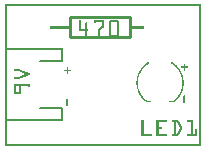
<source format=gto>
G04 MADE WITH FRITZING*
G04 WWW.FRITZING.ORG*
G04 DOUBLE SIDED*
G04 HOLES PLATED*
G04 CONTOUR ON CENTER OF CONTOUR VECTOR*
%ASAXBY*%
%FSLAX23Y23*%
%MOIN*%
%OFA0B0*%
%SFA1.0B1.0*%
%ADD10C,0.010000*%
%ADD11C,0.008000*%
%ADD12R,0.001000X0.001000*%
%LNSILK1*%
G90*
G70*
G54D10*
X217Y431D02*
X417Y431D01*
D02*
X417Y431D02*
X417Y365D01*
D02*
X417Y365D02*
X217Y365D01*
D02*
X217Y365D02*
X217Y431D01*
G54D11*
D02*
X118Y128D02*
X189Y128D01*
D02*
X189Y128D02*
X189Y88D01*
D02*
X189Y324D02*
X189Y285D01*
D02*
X189Y285D02*
X118Y285D01*
G54D12*
X0Y476D02*
X654Y476D01*
X0Y475D02*
X654Y475D01*
X0Y474D02*
X654Y474D01*
X0Y473D02*
X654Y473D01*
X0Y472D02*
X654Y472D01*
X0Y471D02*
X654Y471D01*
X0Y470D02*
X654Y470D01*
X0Y469D02*
X654Y469D01*
X0Y468D02*
X7Y468D01*
X647Y468D02*
X654Y468D01*
X0Y467D02*
X7Y467D01*
X647Y467D02*
X654Y467D01*
X0Y466D02*
X7Y466D01*
X647Y466D02*
X654Y466D01*
X0Y465D02*
X7Y465D01*
X647Y465D02*
X654Y465D01*
X0Y464D02*
X7Y464D01*
X647Y464D02*
X654Y464D01*
X0Y463D02*
X7Y463D01*
X647Y463D02*
X654Y463D01*
X0Y462D02*
X7Y462D01*
X647Y462D02*
X654Y462D01*
X0Y461D02*
X7Y461D01*
X647Y461D02*
X654Y461D01*
X0Y460D02*
X7Y460D01*
X647Y460D02*
X654Y460D01*
X0Y459D02*
X7Y459D01*
X647Y459D02*
X654Y459D01*
X0Y458D02*
X7Y458D01*
X647Y458D02*
X654Y458D01*
X0Y457D02*
X7Y457D01*
X647Y457D02*
X654Y457D01*
X0Y456D02*
X7Y456D01*
X647Y456D02*
X654Y456D01*
X0Y455D02*
X7Y455D01*
X647Y455D02*
X654Y455D01*
X0Y454D02*
X7Y454D01*
X647Y454D02*
X654Y454D01*
X0Y453D02*
X7Y453D01*
X647Y453D02*
X654Y453D01*
X0Y452D02*
X7Y452D01*
X647Y452D02*
X654Y452D01*
X0Y451D02*
X7Y451D01*
X647Y451D02*
X654Y451D01*
X0Y450D02*
X7Y450D01*
X647Y450D02*
X654Y450D01*
X0Y449D02*
X7Y449D01*
X647Y449D02*
X654Y449D01*
X0Y448D02*
X7Y448D01*
X647Y448D02*
X654Y448D01*
X0Y447D02*
X7Y447D01*
X647Y447D02*
X654Y447D01*
X0Y446D02*
X7Y446D01*
X647Y446D02*
X654Y446D01*
X0Y445D02*
X7Y445D01*
X647Y445D02*
X654Y445D01*
X0Y444D02*
X7Y444D01*
X647Y444D02*
X654Y444D01*
X0Y443D02*
X7Y443D01*
X647Y443D02*
X654Y443D01*
X0Y442D02*
X7Y442D01*
X647Y442D02*
X654Y442D01*
X0Y441D02*
X7Y441D01*
X647Y441D02*
X654Y441D01*
X0Y440D02*
X7Y440D01*
X647Y440D02*
X654Y440D01*
X0Y439D02*
X7Y439D01*
X647Y439D02*
X654Y439D01*
X0Y438D02*
X7Y438D01*
X647Y438D02*
X654Y438D01*
X0Y437D02*
X7Y437D01*
X647Y437D02*
X654Y437D01*
X0Y436D02*
X7Y436D01*
X647Y436D02*
X654Y436D01*
X0Y435D02*
X7Y435D01*
X647Y435D02*
X654Y435D01*
X0Y434D02*
X7Y434D01*
X647Y434D02*
X654Y434D01*
X0Y433D02*
X7Y433D01*
X647Y433D02*
X654Y433D01*
X0Y432D02*
X7Y432D01*
X647Y432D02*
X654Y432D01*
X0Y431D02*
X7Y431D01*
X647Y431D02*
X654Y431D01*
X0Y430D02*
X7Y430D01*
X647Y430D02*
X654Y430D01*
X0Y429D02*
X7Y429D01*
X647Y429D02*
X654Y429D01*
X0Y428D02*
X7Y428D01*
X647Y428D02*
X654Y428D01*
X0Y427D02*
X7Y427D01*
X647Y427D02*
X654Y427D01*
X0Y426D02*
X7Y426D01*
X647Y426D02*
X654Y426D01*
X0Y425D02*
X7Y425D01*
X647Y425D02*
X654Y425D01*
X0Y424D02*
X7Y424D01*
X647Y424D02*
X654Y424D01*
X0Y423D02*
X7Y423D01*
X647Y423D02*
X654Y423D01*
X0Y422D02*
X7Y422D01*
X647Y422D02*
X654Y422D01*
X0Y421D02*
X7Y421D01*
X299Y421D02*
X329Y421D01*
X352Y421D02*
X373Y421D01*
X647Y421D02*
X654Y421D01*
X0Y420D02*
X7Y420D01*
X248Y420D02*
X252Y420D01*
X297Y420D02*
X329Y420D01*
X349Y420D02*
X376Y420D01*
X647Y420D02*
X654Y420D01*
X0Y419D02*
X7Y419D01*
X247Y419D02*
X253Y419D01*
X296Y419D02*
X329Y419D01*
X348Y419D02*
X377Y419D01*
X647Y419D02*
X654Y419D01*
X0Y418D02*
X7Y418D01*
X247Y418D02*
X253Y418D01*
X296Y418D02*
X329Y418D01*
X347Y418D02*
X378Y418D01*
X647Y418D02*
X654Y418D01*
X0Y417D02*
X7Y417D01*
X247Y417D02*
X253Y417D01*
X296Y417D02*
X329Y417D01*
X346Y417D02*
X379Y417D01*
X647Y417D02*
X654Y417D01*
X0Y416D02*
X7Y416D01*
X247Y416D02*
X253Y416D01*
X296Y416D02*
X329Y416D01*
X346Y416D02*
X379Y416D01*
X647Y416D02*
X654Y416D01*
X0Y415D02*
X7Y415D01*
X247Y415D02*
X253Y415D01*
X271Y415D02*
X271Y415D01*
X296Y415D02*
X329Y415D01*
X346Y415D02*
X379Y415D01*
X647Y415D02*
X654Y415D01*
X0Y414D02*
X7Y414D01*
X247Y414D02*
X253Y414D01*
X269Y414D02*
X273Y414D01*
X296Y414D02*
X302Y414D01*
X323Y414D02*
X329Y414D01*
X346Y414D02*
X352Y414D01*
X373Y414D02*
X379Y414D01*
X647Y414D02*
X654Y414D01*
X0Y413D02*
X7Y413D01*
X247Y413D02*
X253Y413D01*
X268Y413D02*
X273Y413D01*
X296Y413D02*
X301Y413D01*
X323Y413D02*
X329Y413D01*
X346Y413D02*
X352Y413D01*
X373Y413D02*
X379Y413D01*
X647Y413D02*
X654Y413D01*
X0Y412D02*
X7Y412D01*
X247Y412D02*
X253Y412D01*
X268Y412D02*
X274Y412D01*
X297Y412D02*
X300Y412D01*
X323Y412D02*
X329Y412D01*
X346Y412D02*
X352Y412D01*
X373Y412D02*
X379Y412D01*
X647Y412D02*
X654Y412D01*
X0Y411D02*
X7Y411D01*
X247Y411D02*
X253Y411D01*
X268Y411D02*
X274Y411D01*
X323Y411D02*
X329Y411D01*
X346Y411D02*
X352Y411D01*
X373Y411D02*
X379Y411D01*
X647Y411D02*
X654Y411D01*
X0Y410D02*
X7Y410D01*
X247Y410D02*
X253Y410D01*
X268Y410D02*
X274Y410D01*
X323Y410D02*
X329Y410D01*
X346Y410D02*
X352Y410D01*
X373Y410D02*
X379Y410D01*
X647Y410D02*
X654Y410D01*
X0Y409D02*
X7Y409D01*
X247Y409D02*
X253Y409D01*
X268Y409D02*
X274Y409D01*
X323Y409D02*
X329Y409D01*
X346Y409D02*
X352Y409D01*
X373Y409D02*
X379Y409D01*
X647Y409D02*
X654Y409D01*
X0Y408D02*
X7Y408D01*
X247Y408D02*
X253Y408D01*
X268Y408D02*
X274Y408D01*
X323Y408D02*
X329Y408D01*
X346Y408D02*
X352Y408D01*
X373Y408D02*
X379Y408D01*
X647Y408D02*
X654Y408D01*
X0Y407D02*
X7Y407D01*
X247Y407D02*
X253Y407D01*
X268Y407D02*
X274Y407D01*
X323Y407D02*
X329Y407D01*
X346Y407D02*
X352Y407D01*
X373Y407D02*
X379Y407D01*
X647Y407D02*
X654Y407D01*
X0Y406D02*
X7Y406D01*
X247Y406D02*
X253Y406D01*
X268Y406D02*
X274Y406D01*
X323Y406D02*
X329Y406D01*
X346Y406D02*
X352Y406D01*
X373Y406D02*
X379Y406D01*
X647Y406D02*
X654Y406D01*
X0Y405D02*
X7Y405D01*
X247Y405D02*
X253Y405D01*
X268Y405D02*
X274Y405D01*
X323Y405D02*
X329Y405D01*
X346Y405D02*
X352Y405D01*
X373Y405D02*
X379Y405D01*
X647Y405D02*
X654Y405D01*
X0Y404D02*
X7Y404D01*
X247Y404D02*
X253Y404D01*
X268Y404D02*
X274Y404D01*
X323Y404D02*
X329Y404D01*
X346Y404D02*
X352Y404D01*
X373Y404D02*
X379Y404D01*
X647Y404D02*
X654Y404D01*
X0Y403D02*
X7Y403D01*
X149Y403D02*
X216Y403D01*
X247Y403D02*
X253Y403D01*
X268Y403D02*
X274Y403D01*
X323Y403D02*
X329Y403D01*
X346Y403D02*
X352Y403D01*
X373Y403D02*
X379Y403D01*
X417Y403D02*
X464Y403D01*
X647Y403D02*
X654Y403D01*
X0Y402D02*
X7Y402D01*
X150Y402D02*
X216Y402D01*
X247Y402D02*
X253Y402D01*
X268Y402D02*
X274Y402D01*
X323Y402D02*
X329Y402D01*
X346Y402D02*
X352Y402D01*
X373Y402D02*
X379Y402D01*
X416Y402D02*
X464Y402D01*
X647Y402D02*
X654Y402D01*
X0Y401D02*
X7Y401D01*
X150Y401D02*
X216Y401D01*
X247Y401D02*
X253Y401D01*
X268Y401D02*
X274Y401D01*
X323Y401D02*
X329Y401D01*
X346Y401D02*
X352Y401D01*
X373Y401D02*
X379Y401D01*
X416Y401D02*
X464Y401D01*
X647Y401D02*
X654Y401D01*
X0Y400D02*
X7Y400D01*
X150Y400D02*
X216Y400D01*
X247Y400D02*
X253Y400D01*
X268Y400D02*
X274Y400D01*
X321Y400D02*
X329Y400D01*
X346Y400D02*
X352Y400D01*
X373Y400D02*
X379Y400D01*
X416Y400D02*
X464Y400D01*
X647Y400D02*
X654Y400D01*
X0Y399D02*
X7Y399D01*
X150Y399D02*
X216Y399D01*
X247Y399D02*
X253Y399D01*
X268Y399D02*
X274Y399D01*
X320Y399D02*
X329Y399D01*
X346Y399D02*
X352Y399D01*
X373Y399D02*
X379Y399D01*
X416Y399D02*
X463Y399D01*
X647Y399D02*
X654Y399D01*
X0Y398D02*
X7Y398D01*
X150Y398D02*
X216Y398D01*
X247Y398D02*
X253Y398D01*
X268Y398D02*
X274Y398D01*
X319Y398D02*
X328Y398D01*
X346Y398D02*
X352Y398D01*
X373Y398D02*
X379Y398D01*
X416Y398D02*
X463Y398D01*
X647Y398D02*
X654Y398D01*
X0Y397D02*
X7Y397D01*
X150Y397D02*
X216Y397D01*
X247Y397D02*
X253Y397D01*
X268Y397D02*
X274Y397D01*
X318Y397D02*
X328Y397D01*
X346Y397D02*
X352Y397D01*
X373Y397D02*
X379Y397D01*
X416Y397D02*
X463Y397D01*
X647Y397D02*
X654Y397D01*
X0Y396D02*
X7Y396D01*
X150Y396D02*
X216Y396D01*
X247Y396D02*
X253Y396D01*
X268Y396D02*
X274Y396D01*
X317Y396D02*
X326Y396D01*
X346Y396D02*
X352Y396D01*
X373Y396D02*
X379Y396D01*
X416Y396D02*
X464Y396D01*
X647Y396D02*
X654Y396D01*
X0Y395D02*
X7Y395D01*
X150Y395D02*
X216Y395D01*
X247Y395D02*
X253Y395D01*
X268Y395D02*
X274Y395D01*
X315Y395D02*
X325Y395D01*
X346Y395D02*
X352Y395D01*
X373Y395D02*
X379Y395D01*
X416Y395D02*
X464Y395D01*
X647Y395D02*
X654Y395D01*
X0Y394D02*
X7Y394D01*
X149Y394D02*
X216Y394D01*
X247Y394D02*
X253Y394D01*
X268Y394D02*
X274Y394D01*
X314Y394D02*
X324Y394D01*
X346Y394D02*
X352Y394D01*
X373Y394D02*
X379Y394D01*
X416Y394D02*
X464Y394D01*
X647Y394D02*
X654Y394D01*
X0Y393D02*
X7Y393D01*
X247Y393D02*
X253Y393D01*
X268Y393D02*
X274Y393D01*
X313Y393D02*
X323Y393D01*
X346Y393D02*
X352Y393D01*
X373Y393D02*
X379Y393D01*
X647Y393D02*
X654Y393D01*
X0Y392D02*
X7Y392D01*
X247Y392D02*
X253Y392D01*
X268Y392D02*
X274Y392D01*
X312Y392D02*
X322Y392D01*
X346Y392D02*
X352Y392D01*
X373Y392D02*
X379Y392D01*
X647Y392D02*
X654Y392D01*
X0Y391D02*
X7Y391D01*
X247Y391D02*
X276Y391D01*
X311Y391D02*
X321Y391D01*
X346Y391D02*
X352Y391D01*
X373Y391D02*
X379Y391D01*
X647Y391D02*
X654Y391D01*
X0Y390D02*
X7Y390D01*
X247Y390D02*
X277Y390D01*
X310Y390D02*
X319Y390D01*
X346Y390D02*
X352Y390D01*
X373Y390D02*
X379Y390D01*
X647Y390D02*
X654Y390D01*
X0Y389D02*
X7Y389D01*
X247Y389D02*
X277Y389D01*
X309Y389D02*
X318Y389D01*
X346Y389D02*
X352Y389D01*
X373Y389D02*
X379Y389D01*
X647Y389D02*
X654Y389D01*
X0Y388D02*
X7Y388D01*
X247Y388D02*
X277Y388D01*
X309Y388D02*
X317Y388D01*
X346Y388D02*
X352Y388D01*
X373Y388D02*
X379Y388D01*
X647Y388D02*
X654Y388D01*
X0Y387D02*
X7Y387D01*
X247Y387D02*
X277Y387D01*
X309Y387D02*
X316Y387D01*
X346Y387D02*
X352Y387D01*
X373Y387D02*
X379Y387D01*
X647Y387D02*
X654Y387D01*
X0Y386D02*
X7Y386D01*
X247Y386D02*
X276Y386D01*
X309Y386D02*
X315Y386D01*
X346Y386D02*
X352Y386D01*
X373Y386D02*
X379Y386D01*
X647Y386D02*
X654Y386D01*
X0Y385D02*
X7Y385D01*
X247Y385D02*
X275Y385D01*
X309Y385D02*
X315Y385D01*
X346Y385D02*
X352Y385D01*
X373Y385D02*
X379Y385D01*
X647Y385D02*
X654Y385D01*
X0Y384D02*
X7Y384D01*
X268Y384D02*
X274Y384D01*
X309Y384D02*
X315Y384D01*
X346Y384D02*
X352Y384D01*
X373Y384D02*
X379Y384D01*
X647Y384D02*
X654Y384D01*
X0Y383D02*
X7Y383D01*
X268Y383D02*
X274Y383D01*
X309Y383D02*
X315Y383D01*
X346Y383D02*
X352Y383D01*
X373Y383D02*
X379Y383D01*
X647Y383D02*
X654Y383D01*
X0Y382D02*
X7Y382D01*
X268Y382D02*
X274Y382D01*
X309Y382D02*
X315Y382D01*
X346Y382D02*
X352Y382D01*
X373Y382D02*
X379Y382D01*
X647Y382D02*
X654Y382D01*
X0Y381D02*
X7Y381D01*
X268Y381D02*
X274Y381D01*
X309Y381D02*
X315Y381D01*
X346Y381D02*
X352Y381D01*
X373Y381D02*
X379Y381D01*
X647Y381D02*
X654Y381D01*
X0Y380D02*
X7Y380D01*
X268Y380D02*
X274Y380D01*
X309Y380D02*
X315Y380D01*
X346Y380D02*
X352Y380D01*
X373Y380D02*
X379Y380D01*
X647Y380D02*
X654Y380D01*
X0Y379D02*
X7Y379D01*
X268Y379D02*
X274Y379D01*
X309Y379D02*
X315Y379D01*
X346Y379D02*
X352Y379D01*
X373Y379D02*
X379Y379D01*
X647Y379D02*
X654Y379D01*
X0Y378D02*
X7Y378D01*
X268Y378D02*
X274Y378D01*
X309Y378D02*
X315Y378D01*
X346Y378D02*
X352Y378D01*
X373Y378D02*
X379Y378D01*
X647Y378D02*
X654Y378D01*
X0Y377D02*
X7Y377D01*
X268Y377D02*
X274Y377D01*
X309Y377D02*
X315Y377D01*
X346Y377D02*
X352Y377D01*
X373Y377D02*
X379Y377D01*
X647Y377D02*
X654Y377D01*
X0Y376D02*
X7Y376D01*
X268Y376D02*
X274Y376D01*
X309Y376D02*
X315Y376D01*
X346Y376D02*
X352Y376D01*
X373Y376D02*
X379Y376D01*
X647Y376D02*
X654Y376D01*
X0Y375D02*
X7Y375D01*
X268Y375D02*
X274Y375D01*
X309Y375D02*
X315Y375D01*
X346Y375D02*
X352Y375D01*
X373Y375D02*
X379Y375D01*
X647Y375D02*
X654Y375D01*
X0Y374D02*
X7Y374D01*
X268Y374D02*
X274Y374D01*
X309Y374D02*
X315Y374D01*
X346Y374D02*
X352Y374D01*
X373Y374D02*
X379Y374D01*
X647Y374D02*
X654Y374D01*
X0Y373D02*
X7Y373D01*
X268Y373D02*
X274Y373D01*
X309Y373D02*
X315Y373D01*
X346Y373D02*
X379Y373D01*
X647Y373D02*
X654Y373D01*
X0Y372D02*
X7Y372D01*
X268Y372D02*
X274Y372D01*
X309Y372D02*
X315Y372D01*
X346Y372D02*
X379Y372D01*
X647Y372D02*
X654Y372D01*
X0Y371D02*
X7Y371D01*
X268Y371D02*
X274Y371D01*
X309Y371D02*
X315Y371D01*
X346Y371D02*
X379Y371D01*
X647Y371D02*
X654Y371D01*
X0Y370D02*
X7Y370D01*
X268Y370D02*
X274Y370D01*
X309Y370D02*
X315Y370D01*
X347Y370D02*
X378Y370D01*
X647Y370D02*
X654Y370D01*
X0Y369D02*
X7Y369D01*
X268Y369D02*
X273Y369D01*
X310Y369D02*
X315Y369D01*
X348Y369D02*
X377Y369D01*
X647Y369D02*
X654Y369D01*
X0Y368D02*
X7Y368D01*
X269Y368D02*
X273Y368D01*
X310Y368D02*
X314Y368D01*
X349Y368D02*
X376Y368D01*
X647Y368D02*
X654Y368D01*
X0Y367D02*
X7Y367D01*
X271Y367D02*
X271Y367D01*
X312Y367D02*
X312Y367D01*
X352Y367D02*
X373Y367D01*
X647Y367D02*
X654Y367D01*
X0Y366D02*
X7Y366D01*
X647Y366D02*
X654Y366D01*
X0Y365D02*
X7Y365D01*
X647Y365D02*
X654Y365D01*
X0Y364D02*
X7Y364D01*
X647Y364D02*
X654Y364D01*
X0Y363D02*
X7Y363D01*
X647Y363D02*
X654Y363D01*
X0Y362D02*
X7Y362D01*
X647Y362D02*
X654Y362D01*
X0Y361D02*
X7Y361D01*
X647Y361D02*
X654Y361D01*
X0Y360D02*
X7Y360D01*
X647Y360D02*
X654Y360D01*
X0Y359D02*
X7Y359D01*
X647Y359D02*
X654Y359D01*
X0Y358D02*
X7Y358D01*
X647Y358D02*
X654Y358D01*
X0Y357D02*
X7Y357D01*
X647Y357D02*
X654Y357D01*
X0Y356D02*
X7Y356D01*
X647Y356D02*
X654Y356D01*
X0Y355D02*
X7Y355D01*
X647Y355D02*
X654Y355D01*
X0Y354D02*
X7Y354D01*
X647Y354D02*
X654Y354D01*
X0Y353D02*
X7Y353D01*
X647Y353D02*
X654Y353D01*
X0Y352D02*
X7Y352D01*
X647Y352D02*
X654Y352D01*
X0Y351D02*
X7Y351D01*
X647Y351D02*
X654Y351D01*
X0Y350D02*
X7Y350D01*
X647Y350D02*
X654Y350D01*
X0Y349D02*
X7Y349D01*
X647Y349D02*
X654Y349D01*
X0Y348D02*
X7Y348D01*
X647Y348D02*
X654Y348D01*
X0Y347D02*
X7Y347D01*
X647Y347D02*
X654Y347D01*
X0Y346D02*
X7Y346D01*
X647Y346D02*
X654Y346D01*
X0Y345D02*
X7Y345D01*
X647Y345D02*
X654Y345D01*
X0Y344D02*
X7Y344D01*
X647Y344D02*
X654Y344D01*
X0Y343D02*
X7Y343D01*
X647Y343D02*
X654Y343D01*
X0Y342D02*
X7Y342D01*
X647Y342D02*
X654Y342D01*
X0Y341D02*
X7Y341D01*
X647Y341D02*
X654Y341D01*
X0Y340D02*
X7Y340D01*
X647Y340D02*
X654Y340D01*
X0Y339D02*
X7Y339D01*
X647Y339D02*
X654Y339D01*
X0Y338D02*
X7Y338D01*
X647Y338D02*
X654Y338D01*
X0Y337D02*
X7Y337D01*
X647Y337D02*
X654Y337D01*
X0Y336D02*
X7Y336D01*
X647Y336D02*
X654Y336D01*
X0Y335D02*
X7Y335D01*
X647Y335D02*
X654Y335D01*
X0Y334D02*
X7Y334D01*
X647Y334D02*
X654Y334D01*
X0Y333D02*
X7Y333D01*
X647Y333D02*
X654Y333D01*
X0Y332D02*
X7Y332D01*
X647Y332D02*
X654Y332D01*
X0Y331D02*
X7Y331D01*
X647Y331D02*
X654Y331D01*
X0Y330D02*
X7Y330D01*
X647Y330D02*
X654Y330D01*
X0Y329D02*
X7Y329D01*
X647Y329D02*
X654Y329D01*
X0Y328D02*
X190Y328D01*
X647Y328D02*
X654Y328D01*
X0Y327D02*
X191Y327D01*
X647Y327D02*
X654Y327D01*
X0Y326D02*
X191Y326D01*
X647Y326D02*
X654Y326D01*
X0Y325D02*
X191Y325D01*
X647Y325D02*
X654Y325D01*
X0Y324D02*
X191Y324D01*
X647Y324D02*
X654Y324D01*
X0Y323D02*
X191Y323D01*
X647Y323D02*
X654Y323D01*
X0Y322D02*
X190Y322D01*
X647Y322D02*
X654Y322D01*
X0Y321D02*
X189Y321D01*
X647Y321D02*
X654Y321D01*
X0Y320D02*
X7Y320D01*
X647Y320D02*
X654Y320D01*
X0Y319D02*
X7Y319D01*
X647Y319D02*
X654Y319D01*
X0Y318D02*
X7Y318D01*
X647Y318D02*
X654Y318D01*
X0Y317D02*
X7Y317D01*
X647Y317D02*
X654Y317D01*
X0Y316D02*
X7Y316D01*
X647Y316D02*
X654Y316D01*
X0Y315D02*
X7Y315D01*
X647Y315D02*
X654Y315D01*
X0Y314D02*
X7Y314D01*
X647Y314D02*
X654Y314D01*
X0Y313D02*
X7Y313D01*
X647Y313D02*
X654Y313D01*
X0Y312D02*
X7Y312D01*
X647Y312D02*
X654Y312D01*
X0Y311D02*
X7Y311D01*
X647Y311D02*
X654Y311D01*
X0Y310D02*
X7Y310D01*
X647Y310D02*
X654Y310D01*
X0Y309D02*
X7Y309D01*
X647Y309D02*
X654Y309D01*
X0Y308D02*
X7Y308D01*
X647Y308D02*
X654Y308D01*
X0Y307D02*
X7Y307D01*
X647Y307D02*
X654Y307D01*
X0Y306D02*
X7Y306D01*
X647Y306D02*
X654Y306D01*
X0Y305D02*
X7Y305D01*
X647Y305D02*
X654Y305D01*
X0Y304D02*
X7Y304D01*
X647Y304D02*
X654Y304D01*
X0Y303D02*
X7Y303D01*
X647Y303D02*
X654Y303D01*
X0Y302D02*
X7Y302D01*
X647Y302D02*
X654Y302D01*
X0Y301D02*
X7Y301D01*
X647Y301D02*
X654Y301D01*
X0Y300D02*
X7Y300D01*
X647Y300D02*
X654Y300D01*
X0Y299D02*
X7Y299D01*
X647Y299D02*
X654Y299D01*
X0Y298D02*
X7Y298D01*
X647Y298D02*
X654Y298D01*
X0Y297D02*
X7Y297D01*
X647Y297D02*
X654Y297D01*
X0Y296D02*
X7Y296D01*
X647Y296D02*
X654Y296D01*
X0Y295D02*
X7Y295D01*
X647Y295D02*
X654Y295D01*
X0Y294D02*
X7Y294D01*
X647Y294D02*
X654Y294D01*
X0Y293D02*
X7Y293D01*
X647Y293D02*
X654Y293D01*
X0Y292D02*
X7Y292D01*
X647Y292D02*
X654Y292D01*
X0Y291D02*
X7Y291D01*
X647Y291D02*
X654Y291D01*
X0Y290D02*
X7Y290D01*
X647Y290D02*
X654Y290D01*
X0Y289D02*
X7Y289D01*
X647Y289D02*
X654Y289D01*
X0Y288D02*
X7Y288D01*
X647Y288D02*
X654Y288D01*
X0Y287D02*
X7Y287D01*
X647Y287D02*
X654Y287D01*
X0Y286D02*
X7Y286D01*
X647Y286D02*
X654Y286D01*
X0Y285D02*
X7Y285D01*
X647Y285D02*
X654Y285D01*
X0Y284D02*
X7Y284D01*
X647Y284D02*
X654Y284D01*
X0Y283D02*
X7Y283D01*
X647Y283D02*
X654Y283D01*
X0Y282D02*
X7Y282D01*
X647Y282D02*
X654Y282D01*
X0Y281D02*
X7Y281D01*
X477Y281D02*
X477Y281D01*
X554Y281D02*
X556Y281D01*
X647Y281D02*
X654Y281D01*
X0Y280D02*
X7Y280D01*
X475Y280D02*
X479Y280D01*
X554Y280D02*
X558Y280D01*
X647Y280D02*
X654Y280D01*
X0Y279D02*
X7Y279D01*
X474Y279D02*
X479Y279D01*
X554Y279D02*
X560Y279D01*
X647Y279D02*
X654Y279D01*
X0Y278D02*
X7Y278D01*
X472Y278D02*
X479Y278D01*
X554Y278D02*
X561Y278D01*
X647Y278D02*
X654Y278D01*
X0Y277D02*
X7Y277D01*
X471Y277D02*
X479Y277D01*
X554Y277D02*
X563Y277D01*
X647Y277D02*
X654Y277D01*
X0Y276D02*
X7Y276D01*
X470Y276D02*
X478Y276D01*
X556Y276D02*
X564Y276D01*
X597Y276D02*
X600Y276D01*
X647Y276D02*
X654Y276D01*
X0Y275D02*
X7Y275D01*
X468Y275D02*
X476Y275D01*
X557Y275D02*
X565Y275D01*
X596Y275D02*
X600Y275D01*
X647Y275D02*
X654Y275D01*
X0Y274D02*
X7Y274D01*
X467Y274D02*
X475Y274D01*
X559Y274D02*
X566Y274D01*
X596Y274D02*
X600Y274D01*
X647Y274D02*
X654Y274D01*
X0Y273D02*
X7Y273D01*
X466Y273D02*
X473Y273D01*
X560Y273D02*
X568Y273D01*
X596Y273D02*
X600Y273D01*
X647Y273D02*
X654Y273D01*
X0Y272D02*
X7Y272D01*
X465Y272D02*
X472Y272D01*
X562Y272D02*
X569Y272D01*
X596Y272D02*
X600Y272D01*
X647Y272D02*
X654Y272D01*
X0Y271D02*
X7Y271D01*
X464Y271D02*
X470Y271D01*
X563Y271D02*
X570Y271D01*
X596Y271D02*
X600Y271D01*
X647Y271D02*
X654Y271D01*
X0Y270D02*
X7Y270D01*
X463Y270D02*
X469Y270D01*
X564Y270D02*
X571Y270D01*
X596Y270D02*
X600Y270D01*
X647Y270D02*
X654Y270D01*
X0Y269D02*
X7Y269D01*
X462Y269D02*
X468Y269D01*
X565Y269D02*
X572Y269D01*
X596Y269D02*
X600Y269D01*
X647Y269D02*
X654Y269D01*
X0Y268D02*
X7Y268D01*
X461Y268D02*
X467Y268D01*
X567Y268D02*
X573Y268D01*
X596Y268D02*
X600Y268D01*
X647Y268D02*
X654Y268D01*
X0Y267D02*
X7Y267D01*
X460Y267D02*
X466Y267D01*
X568Y267D02*
X574Y267D01*
X588Y267D02*
X608Y267D01*
X647Y267D02*
X654Y267D01*
X0Y266D02*
X7Y266D01*
X459Y266D02*
X465Y266D01*
X569Y266D02*
X575Y266D01*
X587Y266D02*
X610Y266D01*
X647Y266D02*
X654Y266D01*
X0Y265D02*
X7Y265D01*
X207Y265D02*
X209Y265D01*
X458Y265D02*
X464Y265D01*
X570Y265D02*
X576Y265D01*
X587Y265D02*
X610Y265D01*
X647Y265D02*
X654Y265D01*
X0Y264D02*
X7Y264D01*
X206Y264D02*
X210Y264D01*
X457Y264D02*
X463Y264D01*
X571Y264D02*
X577Y264D01*
X587Y264D02*
X610Y264D01*
X647Y264D02*
X654Y264D01*
X0Y263D02*
X7Y263D01*
X206Y263D02*
X210Y263D01*
X456Y263D02*
X462Y263D01*
X572Y263D02*
X577Y263D01*
X587Y263D02*
X609Y263D01*
X647Y263D02*
X654Y263D01*
X0Y262D02*
X7Y262D01*
X206Y262D02*
X210Y262D01*
X455Y262D02*
X461Y262D01*
X573Y262D02*
X578Y262D01*
X596Y262D02*
X601Y262D01*
X647Y262D02*
X654Y262D01*
X0Y261D02*
X7Y261D01*
X206Y261D02*
X210Y261D01*
X454Y261D02*
X460Y261D01*
X573Y261D02*
X579Y261D01*
X596Y261D02*
X600Y261D01*
X647Y261D02*
X654Y261D01*
X0Y260D02*
X7Y260D01*
X206Y260D02*
X210Y260D01*
X454Y260D02*
X459Y260D01*
X574Y260D02*
X580Y260D01*
X596Y260D02*
X600Y260D01*
X647Y260D02*
X654Y260D01*
X0Y259D02*
X7Y259D01*
X31Y259D02*
X44Y259D01*
X206Y259D02*
X210Y259D01*
X453Y259D02*
X458Y259D01*
X575Y259D02*
X580Y259D01*
X596Y259D02*
X600Y259D01*
X647Y259D02*
X654Y259D01*
X0Y258D02*
X7Y258D01*
X30Y258D02*
X47Y258D01*
X206Y258D02*
X210Y258D01*
X452Y258D02*
X458Y258D01*
X576Y258D02*
X581Y258D01*
X596Y258D02*
X600Y258D01*
X647Y258D02*
X654Y258D01*
X0Y257D02*
X7Y257D01*
X29Y257D02*
X50Y257D01*
X206Y257D02*
X210Y257D01*
X452Y257D02*
X457Y257D01*
X577Y257D02*
X582Y257D01*
X596Y257D02*
X600Y257D01*
X647Y257D02*
X654Y257D01*
X0Y256D02*
X7Y256D01*
X29Y256D02*
X52Y256D01*
X206Y256D02*
X210Y256D01*
X451Y256D02*
X456Y256D01*
X577Y256D02*
X582Y256D01*
X596Y256D02*
X600Y256D01*
X647Y256D02*
X654Y256D01*
X0Y255D02*
X7Y255D01*
X29Y255D02*
X55Y255D01*
X197Y255D02*
X219Y255D01*
X450Y255D02*
X455Y255D01*
X578Y255D02*
X583Y255D01*
X596Y255D02*
X600Y255D01*
X647Y255D02*
X654Y255D01*
X0Y254D02*
X7Y254D01*
X29Y254D02*
X57Y254D01*
X196Y254D02*
X220Y254D01*
X450Y254D02*
X455Y254D01*
X579Y254D02*
X584Y254D01*
X597Y254D02*
X600Y254D01*
X647Y254D02*
X654Y254D01*
X0Y253D02*
X7Y253D01*
X30Y253D02*
X60Y253D01*
X196Y253D02*
X220Y253D01*
X449Y253D02*
X454Y253D01*
X579Y253D02*
X584Y253D01*
X597Y253D02*
X599Y253D01*
X647Y253D02*
X654Y253D01*
X0Y252D02*
X7Y252D01*
X44Y252D02*
X62Y252D01*
X197Y252D02*
X219Y252D01*
X448Y252D02*
X453Y252D01*
X580Y252D02*
X585Y252D01*
X647Y252D02*
X654Y252D01*
X0Y251D02*
X7Y251D01*
X47Y251D02*
X65Y251D01*
X198Y251D02*
X218Y251D01*
X448Y251D02*
X453Y251D01*
X581Y251D02*
X585Y251D01*
X647Y251D02*
X654Y251D01*
X0Y250D02*
X7Y250D01*
X49Y250D02*
X67Y250D01*
X206Y250D02*
X210Y250D01*
X447Y250D02*
X452Y250D01*
X581Y250D02*
X586Y250D01*
X647Y250D02*
X654Y250D01*
X0Y249D02*
X7Y249D01*
X52Y249D02*
X70Y249D01*
X206Y249D02*
X210Y249D01*
X447Y249D02*
X452Y249D01*
X582Y249D02*
X586Y249D01*
X647Y249D02*
X654Y249D01*
X0Y248D02*
X7Y248D01*
X54Y248D02*
X73Y248D01*
X206Y248D02*
X210Y248D01*
X446Y248D02*
X451Y248D01*
X582Y248D02*
X587Y248D01*
X647Y248D02*
X654Y248D01*
X0Y247D02*
X7Y247D01*
X57Y247D02*
X75Y247D01*
X206Y247D02*
X210Y247D01*
X446Y247D02*
X451Y247D01*
X583Y247D02*
X587Y247D01*
X647Y247D02*
X654Y247D01*
X0Y246D02*
X7Y246D01*
X59Y246D02*
X78Y246D01*
X206Y246D02*
X210Y246D01*
X445Y246D02*
X450Y246D01*
X584Y246D02*
X588Y246D01*
X647Y246D02*
X654Y246D01*
X0Y245D02*
X7Y245D01*
X62Y245D02*
X80Y245D01*
X206Y245D02*
X210Y245D01*
X445Y245D02*
X449Y245D01*
X584Y245D02*
X588Y245D01*
X647Y245D02*
X654Y245D01*
X0Y244D02*
X7Y244D01*
X64Y244D02*
X81Y244D01*
X206Y244D02*
X210Y244D01*
X445Y244D02*
X449Y244D01*
X585Y244D02*
X589Y244D01*
X647Y244D02*
X654Y244D01*
X0Y243D02*
X7Y243D01*
X67Y243D02*
X82Y243D01*
X206Y243D02*
X210Y243D01*
X444Y243D02*
X449Y243D01*
X585Y243D02*
X589Y243D01*
X647Y243D02*
X654Y243D01*
X0Y242D02*
X7Y242D01*
X69Y242D02*
X82Y242D01*
X207Y242D02*
X209Y242D01*
X444Y242D02*
X448Y242D01*
X585Y242D02*
X590Y242D01*
X647Y242D02*
X654Y242D01*
X0Y241D02*
X7Y241D01*
X67Y241D02*
X82Y241D01*
X443Y241D02*
X448Y241D01*
X586Y241D02*
X590Y241D01*
X647Y241D02*
X654Y241D01*
X0Y240D02*
X7Y240D01*
X65Y240D02*
X81Y240D01*
X443Y240D02*
X447Y240D01*
X586Y240D02*
X590Y240D01*
X647Y240D02*
X654Y240D01*
X0Y239D02*
X7Y239D01*
X62Y239D02*
X80Y239D01*
X443Y239D02*
X447Y239D01*
X587Y239D02*
X591Y239D01*
X647Y239D02*
X654Y239D01*
X0Y238D02*
X7Y238D01*
X60Y238D02*
X78Y238D01*
X442Y238D02*
X446Y238D01*
X587Y238D02*
X591Y238D01*
X647Y238D02*
X654Y238D01*
X0Y237D02*
X7Y237D01*
X57Y237D02*
X76Y237D01*
X442Y237D02*
X446Y237D01*
X587Y237D02*
X591Y237D01*
X647Y237D02*
X654Y237D01*
X0Y236D02*
X7Y236D01*
X55Y236D02*
X73Y236D01*
X442Y236D02*
X446Y236D01*
X588Y236D02*
X592Y236D01*
X647Y236D02*
X654Y236D01*
X0Y235D02*
X7Y235D01*
X52Y235D02*
X70Y235D01*
X441Y235D02*
X445Y235D01*
X588Y235D02*
X592Y235D01*
X647Y235D02*
X654Y235D01*
X0Y234D02*
X7Y234D01*
X49Y234D02*
X68Y234D01*
X441Y234D02*
X445Y234D01*
X588Y234D02*
X592Y234D01*
X647Y234D02*
X654Y234D01*
X0Y233D02*
X7Y233D01*
X47Y233D02*
X65Y233D01*
X441Y233D02*
X445Y233D01*
X589Y233D02*
X593Y233D01*
X647Y233D02*
X654Y233D01*
X0Y232D02*
X7Y232D01*
X44Y232D02*
X63Y232D01*
X440Y232D02*
X445Y232D01*
X589Y232D02*
X593Y232D01*
X647Y232D02*
X654Y232D01*
X0Y231D02*
X7Y231D01*
X30Y231D02*
X60Y231D01*
X440Y231D02*
X444Y231D01*
X589Y231D02*
X593Y231D01*
X647Y231D02*
X654Y231D01*
X0Y230D02*
X7Y230D01*
X29Y230D02*
X58Y230D01*
X440Y230D02*
X444Y230D01*
X589Y230D02*
X593Y230D01*
X647Y230D02*
X654Y230D01*
X0Y229D02*
X7Y229D01*
X29Y229D02*
X55Y229D01*
X440Y229D02*
X444Y229D01*
X590Y229D02*
X594Y229D01*
X647Y229D02*
X654Y229D01*
X0Y228D02*
X7Y228D01*
X29Y228D02*
X52Y228D01*
X440Y228D02*
X444Y228D01*
X590Y228D02*
X594Y228D01*
X647Y228D02*
X654Y228D01*
X0Y227D02*
X7Y227D01*
X29Y227D02*
X50Y227D01*
X439Y227D02*
X443Y227D01*
X590Y227D02*
X594Y227D01*
X647Y227D02*
X654Y227D01*
X0Y226D02*
X7Y226D01*
X30Y226D02*
X47Y226D01*
X439Y226D02*
X443Y226D01*
X590Y226D02*
X594Y226D01*
X647Y226D02*
X654Y226D01*
X0Y225D02*
X7Y225D01*
X31Y225D02*
X45Y225D01*
X439Y225D02*
X443Y225D01*
X590Y225D02*
X594Y225D01*
X647Y225D02*
X654Y225D01*
X0Y224D02*
X7Y224D01*
X439Y224D02*
X443Y224D01*
X591Y224D02*
X594Y224D01*
X647Y224D02*
X654Y224D01*
X0Y223D02*
X7Y223D01*
X439Y223D02*
X443Y223D01*
X591Y223D02*
X595Y223D01*
X647Y223D02*
X654Y223D01*
X0Y222D02*
X7Y222D01*
X439Y222D02*
X443Y222D01*
X591Y222D02*
X595Y222D01*
X647Y222D02*
X654Y222D01*
X0Y221D02*
X7Y221D01*
X439Y221D02*
X442Y221D01*
X591Y221D02*
X595Y221D01*
X647Y221D02*
X654Y221D01*
X0Y220D02*
X7Y220D01*
X439Y220D02*
X442Y220D01*
X591Y220D02*
X595Y220D01*
X647Y220D02*
X654Y220D01*
X0Y219D02*
X7Y219D01*
X438Y219D02*
X442Y219D01*
X591Y219D02*
X595Y219D01*
X647Y219D02*
X654Y219D01*
X0Y218D02*
X7Y218D01*
X438Y218D02*
X442Y218D01*
X591Y218D02*
X595Y218D01*
X647Y218D02*
X654Y218D01*
X0Y217D02*
X7Y217D01*
X438Y217D02*
X442Y217D01*
X591Y217D02*
X595Y217D01*
X647Y217D02*
X654Y217D01*
X0Y216D02*
X7Y216D01*
X438Y216D02*
X442Y216D01*
X591Y216D02*
X595Y216D01*
X647Y216D02*
X654Y216D01*
X0Y215D02*
X7Y215D01*
X438Y215D02*
X442Y215D01*
X591Y215D02*
X595Y215D01*
X647Y215D02*
X654Y215D01*
X0Y214D02*
X7Y214D01*
X438Y214D02*
X442Y214D01*
X591Y214D02*
X595Y214D01*
X647Y214D02*
X654Y214D01*
X0Y213D02*
X7Y213D01*
X438Y213D02*
X442Y213D01*
X591Y213D02*
X595Y213D01*
X647Y213D02*
X654Y213D01*
X0Y212D02*
X7Y212D01*
X438Y212D02*
X442Y212D01*
X591Y212D02*
X595Y212D01*
X647Y212D02*
X654Y212D01*
X0Y211D02*
X7Y211D01*
X438Y211D02*
X442Y211D01*
X591Y211D02*
X595Y211D01*
X647Y211D02*
X654Y211D01*
X0Y210D02*
X7Y210D01*
X438Y210D02*
X442Y210D01*
X591Y210D02*
X595Y210D01*
X647Y210D02*
X654Y210D01*
X0Y209D02*
X7Y209D01*
X32Y209D02*
X79Y209D01*
X438Y209D02*
X442Y209D01*
X591Y209D02*
X595Y209D01*
X647Y209D02*
X654Y209D01*
X0Y208D02*
X7Y208D01*
X30Y208D02*
X81Y208D01*
X438Y208D02*
X442Y208D01*
X591Y208D02*
X595Y208D01*
X647Y208D02*
X654Y208D01*
X0Y207D02*
X7Y207D01*
X29Y207D02*
X82Y207D01*
X438Y207D02*
X442Y207D01*
X591Y207D02*
X595Y207D01*
X647Y207D02*
X654Y207D01*
X0Y206D02*
X7Y206D01*
X29Y206D02*
X82Y206D01*
X438Y206D02*
X442Y206D01*
X591Y206D02*
X595Y206D01*
X647Y206D02*
X654Y206D01*
X0Y205D02*
X7Y205D01*
X29Y205D02*
X82Y205D01*
X439Y205D02*
X442Y205D01*
X591Y205D02*
X595Y205D01*
X647Y205D02*
X654Y205D01*
X0Y204D02*
X7Y204D01*
X29Y204D02*
X82Y204D01*
X439Y204D02*
X442Y204D01*
X591Y204D02*
X595Y204D01*
X647Y204D02*
X654Y204D01*
X0Y203D02*
X7Y203D01*
X29Y203D02*
X82Y203D01*
X439Y203D02*
X443Y203D01*
X591Y203D02*
X595Y203D01*
X647Y203D02*
X654Y203D01*
X0Y202D02*
X7Y202D01*
X29Y202D02*
X35Y202D01*
X46Y202D02*
X53Y202D01*
X76Y202D02*
X82Y202D01*
X439Y202D02*
X443Y202D01*
X591Y202D02*
X595Y202D01*
X647Y202D02*
X654Y202D01*
X0Y201D02*
X7Y201D01*
X29Y201D02*
X35Y201D01*
X47Y201D02*
X53Y201D01*
X76Y201D02*
X82Y201D01*
X439Y201D02*
X443Y201D01*
X591Y201D02*
X594Y201D01*
X647Y201D02*
X654Y201D01*
X0Y200D02*
X7Y200D01*
X29Y200D02*
X35Y200D01*
X47Y200D02*
X53Y200D01*
X77Y200D02*
X81Y200D01*
X439Y200D02*
X443Y200D01*
X590Y200D02*
X594Y200D01*
X647Y200D02*
X654Y200D01*
X0Y199D02*
X7Y199D01*
X29Y199D02*
X35Y199D01*
X47Y199D02*
X53Y199D01*
X78Y199D02*
X80Y199D01*
X439Y199D02*
X443Y199D01*
X590Y199D02*
X594Y199D01*
X647Y199D02*
X654Y199D01*
X0Y198D02*
X7Y198D01*
X29Y198D02*
X35Y198D01*
X47Y198D02*
X53Y198D01*
X440Y198D02*
X443Y198D01*
X590Y198D02*
X594Y198D01*
X647Y198D02*
X654Y198D01*
X0Y197D02*
X7Y197D01*
X29Y197D02*
X35Y197D01*
X47Y197D02*
X53Y197D01*
X440Y197D02*
X444Y197D01*
X590Y197D02*
X594Y197D01*
X647Y197D02*
X654Y197D01*
X0Y196D02*
X7Y196D01*
X29Y196D02*
X35Y196D01*
X47Y196D02*
X53Y196D01*
X440Y196D02*
X444Y196D01*
X590Y196D02*
X594Y196D01*
X647Y196D02*
X654Y196D01*
X0Y195D02*
X7Y195D01*
X29Y195D02*
X35Y195D01*
X47Y195D02*
X53Y195D01*
X440Y195D02*
X444Y195D01*
X589Y195D02*
X593Y195D01*
X647Y195D02*
X654Y195D01*
X0Y194D02*
X7Y194D01*
X29Y194D02*
X35Y194D01*
X47Y194D02*
X53Y194D01*
X440Y194D02*
X444Y194D01*
X589Y194D02*
X593Y194D01*
X647Y194D02*
X654Y194D01*
X0Y193D02*
X7Y193D01*
X29Y193D02*
X35Y193D01*
X47Y193D02*
X53Y193D01*
X441Y193D02*
X445Y193D01*
X589Y193D02*
X593Y193D01*
X647Y193D02*
X654Y193D01*
X0Y192D02*
X7Y192D01*
X29Y192D02*
X35Y192D01*
X47Y192D02*
X53Y192D01*
X441Y192D02*
X445Y192D01*
X588Y192D02*
X593Y192D01*
X647Y192D02*
X654Y192D01*
X0Y191D02*
X7Y191D01*
X29Y191D02*
X35Y191D01*
X47Y191D02*
X53Y191D01*
X441Y191D02*
X445Y191D01*
X588Y191D02*
X592Y191D01*
X647Y191D02*
X654Y191D01*
X0Y190D02*
X7Y190D01*
X29Y190D02*
X35Y190D01*
X47Y190D02*
X53Y190D01*
X442Y190D02*
X445Y190D01*
X588Y190D02*
X592Y190D01*
X647Y190D02*
X654Y190D01*
X0Y189D02*
X7Y189D01*
X29Y189D02*
X35Y189D01*
X47Y189D02*
X53Y189D01*
X442Y189D02*
X446Y189D01*
X588Y189D02*
X592Y189D01*
X647Y189D02*
X654Y189D01*
X0Y188D02*
X7Y188D01*
X29Y188D02*
X35Y188D01*
X47Y188D02*
X53Y188D01*
X442Y188D02*
X446Y188D01*
X587Y188D02*
X591Y188D01*
X647Y188D02*
X654Y188D01*
X0Y187D02*
X7Y187D01*
X29Y187D02*
X35Y187D01*
X47Y187D02*
X53Y187D01*
X442Y187D02*
X447Y187D01*
X587Y187D02*
X591Y187D01*
X647Y187D02*
X654Y187D01*
X0Y186D02*
X7Y186D01*
X29Y186D02*
X35Y186D01*
X47Y186D02*
X53Y186D01*
X443Y186D02*
X447Y186D01*
X586Y186D02*
X591Y186D01*
X647Y186D02*
X654Y186D01*
X0Y185D02*
X7Y185D01*
X29Y185D02*
X35Y185D01*
X47Y185D02*
X53Y185D01*
X443Y185D02*
X447Y185D01*
X586Y185D02*
X590Y185D01*
X647Y185D02*
X654Y185D01*
X0Y184D02*
X7Y184D01*
X29Y184D02*
X35Y184D01*
X47Y184D02*
X53Y184D01*
X444Y184D02*
X448Y184D01*
X586Y184D02*
X590Y184D01*
X647Y184D02*
X654Y184D01*
X0Y183D02*
X7Y183D01*
X29Y183D02*
X35Y183D01*
X47Y183D02*
X53Y183D01*
X444Y183D02*
X448Y183D01*
X585Y183D02*
X590Y183D01*
X647Y183D02*
X654Y183D01*
X0Y182D02*
X7Y182D01*
X29Y182D02*
X35Y182D01*
X47Y182D02*
X53Y182D01*
X444Y182D02*
X449Y182D01*
X585Y182D02*
X589Y182D01*
X647Y182D02*
X654Y182D01*
X0Y181D02*
X7Y181D01*
X29Y181D02*
X53Y181D01*
X445Y181D02*
X449Y181D01*
X584Y181D02*
X589Y181D01*
X647Y181D02*
X654Y181D01*
X0Y180D02*
X7Y180D01*
X29Y180D02*
X53Y180D01*
X445Y180D02*
X450Y180D01*
X584Y180D02*
X588Y180D01*
X647Y180D02*
X654Y180D01*
X0Y179D02*
X7Y179D01*
X29Y179D02*
X53Y179D01*
X446Y179D02*
X450Y179D01*
X583Y179D02*
X588Y179D01*
X647Y179D02*
X654Y179D01*
X0Y178D02*
X7Y178D01*
X29Y178D02*
X53Y178D01*
X446Y178D02*
X451Y178D01*
X583Y178D02*
X587Y178D01*
X647Y178D02*
X654Y178D01*
X0Y177D02*
X7Y177D01*
X29Y177D02*
X52Y177D01*
X447Y177D02*
X451Y177D01*
X582Y177D02*
X587Y177D01*
X647Y177D02*
X654Y177D01*
X0Y176D02*
X7Y176D01*
X30Y176D02*
X52Y176D01*
X447Y176D02*
X452Y176D01*
X582Y176D02*
X586Y176D01*
X647Y176D02*
X654Y176D01*
X0Y175D02*
X7Y175D01*
X31Y175D02*
X51Y175D01*
X448Y175D02*
X452Y175D01*
X581Y175D02*
X586Y175D01*
X647Y175D02*
X654Y175D01*
X0Y174D02*
X7Y174D01*
X448Y174D02*
X453Y174D01*
X581Y174D02*
X585Y174D01*
X647Y174D02*
X654Y174D01*
X0Y173D02*
X7Y173D01*
X449Y173D02*
X454Y173D01*
X580Y173D02*
X585Y173D01*
X647Y173D02*
X654Y173D01*
X0Y172D02*
X7Y172D01*
X449Y172D02*
X454Y172D01*
X579Y172D02*
X584Y172D01*
X647Y172D02*
X654Y172D01*
X0Y171D02*
X7Y171D01*
X450Y171D02*
X455Y171D01*
X578Y171D02*
X584Y171D01*
X647Y171D02*
X654Y171D01*
X0Y170D02*
X7Y170D01*
X451Y170D02*
X455Y170D01*
X578Y170D02*
X583Y170D01*
X596Y170D02*
X599Y170D01*
X647Y170D02*
X654Y170D01*
X0Y169D02*
X7Y169D01*
X451Y169D02*
X456Y169D01*
X577Y169D02*
X582Y169D01*
X595Y169D02*
X600Y169D01*
X647Y169D02*
X654Y169D01*
X0Y168D02*
X7Y168D01*
X452Y168D02*
X457Y168D01*
X576Y168D02*
X582Y168D01*
X594Y168D02*
X600Y168D01*
X647Y168D02*
X654Y168D01*
X0Y167D02*
X7Y167D01*
X452Y167D02*
X458Y167D01*
X576Y167D02*
X581Y167D01*
X594Y167D02*
X600Y167D01*
X647Y167D02*
X654Y167D01*
X0Y166D02*
X7Y166D01*
X453Y166D02*
X459Y166D01*
X575Y166D02*
X580Y166D01*
X594Y166D02*
X600Y166D01*
X647Y166D02*
X654Y166D01*
X0Y165D02*
X7Y165D01*
X454Y165D02*
X459Y165D01*
X574Y165D02*
X580Y165D01*
X594Y165D02*
X600Y165D01*
X647Y165D02*
X654Y165D01*
X0Y164D02*
X7Y164D01*
X455Y164D02*
X460Y164D01*
X573Y164D02*
X579Y164D01*
X594Y164D02*
X600Y164D01*
X647Y164D02*
X654Y164D01*
X0Y163D02*
X7Y163D01*
X456Y163D02*
X461Y163D01*
X572Y163D02*
X578Y163D01*
X594Y163D02*
X600Y163D01*
X647Y163D02*
X654Y163D01*
X0Y162D02*
X7Y162D01*
X456Y162D02*
X462Y162D01*
X571Y162D02*
X577Y162D01*
X594Y162D02*
X600Y162D01*
X647Y162D02*
X654Y162D01*
X0Y161D02*
X7Y161D01*
X457Y161D02*
X463Y161D01*
X570Y161D02*
X576Y161D01*
X594Y161D02*
X600Y161D01*
X647Y161D02*
X654Y161D01*
X0Y160D02*
X7Y160D01*
X458Y160D02*
X464Y160D01*
X569Y160D02*
X575Y160D01*
X594Y160D02*
X600Y160D01*
X647Y160D02*
X654Y160D01*
X0Y159D02*
X7Y159D01*
X459Y159D02*
X465Y159D01*
X568Y159D02*
X575Y159D01*
X594Y159D02*
X600Y159D01*
X647Y159D02*
X654Y159D01*
X0Y158D02*
X7Y158D01*
X205Y158D02*
X209Y158D01*
X460Y158D02*
X466Y158D01*
X567Y158D02*
X574Y158D01*
X594Y158D02*
X600Y158D01*
X647Y158D02*
X654Y158D01*
X0Y157D02*
X7Y157D01*
X204Y157D02*
X210Y157D01*
X461Y157D02*
X467Y157D01*
X566Y157D02*
X573Y157D01*
X594Y157D02*
X600Y157D01*
X647Y157D02*
X654Y157D01*
X0Y156D02*
X7Y156D01*
X204Y156D02*
X210Y156D01*
X462Y156D02*
X468Y156D01*
X565Y156D02*
X572Y156D01*
X594Y156D02*
X600Y156D01*
X647Y156D02*
X654Y156D01*
X0Y155D02*
X7Y155D01*
X204Y155D02*
X210Y155D01*
X463Y155D02*
X470Y155D01*
X564Y155D02*
X571Y155D01*
X594Y155D02*
X600Y155D01*
X647Y155D02*
X654Y155D01*
X0Y154D02*
X7Y154D01*
X204Y154D02*
X210Y154D01*
X464Y154D02*
X471Y154D01*
X563Y154D02*
X570Y154D01*
X594Y154D02*
X600Y154D01*
X647Y154D02*
X654Y154D01*
X0Y153D02*
X7Y153D01*
X204Y153D02*
X210Y153D01*
X465Y153D02*
X483Y153D01*
X550Y153D02*
X568Y153D01*
X594Y153D02*
X600Y153D01*
X647Y153D02*
X654Y153D01*
X0Y152D02*
X7Y152D01*
X204Y152D02*
X210Y152D01*
X466Y152D02*
X484Y152D01*
X550Y152D02*
X567Y152D01*
X594Y152D02*
X600Y152D01*
X647Y152D02*
X654Y152D01*
X0Y151D02*
X7Y151D01*
X204Y151D02*
X210Y151D01*
X467Y151D02*
X484Y151D01*
X549Y151D02*
X566Y151D01*
X594Y151D02*
X600Y151D01*
X647Y151D02*
X654Y151D01*
X0Y150D02*
X7Y150D01*
X204Y150D02*
X210Y150D01*
X469Y150D02*
X485Y150D01*
X548Y150D02*
X565Y150D01*
X594Y150D02*
X600Y150D01*
X647Y150D02*
X654Y150D01*
X0Y149D02*
X7Y149D01*
X204Y149D02*
X210Y149D01*
X470Y149D02*
X484Y149D01*
X549Y149D02*
X563Y149D01*
X594Y149D02*
X600Y149D01*
X647Y149D02*
X654Y149D01*
X0Y148D02*
X7Y148D01*
X204Y148D02*
X210Y148D01*
X594Y148D02*
X600Y148D01*
X647Y148D02*
X654Y148D01*
X0Y147D02*
X7Y147D01*
X204Y147D02*
X210Y147D01*
X595Y147D02*
X600Y147D01*
X647Y147D02*
X654Y147D01*
X0Y146D02*
X7Y146D01*
X204Y146D02*
X210Y146D01*
X596Y146D02*
X599Y146D01*
X647Y146D02*
X654Y146D01*
X0Y145D02*
X7Y145D01*
X204Y145D02*
X210Y145D01*
X647Y145D02*
X654Y145D01*
X0Y144D02*
X7Y144D01*
X204Y144D02*
X210Y144D01*
X647Y144D02*
X654Y144D01*
X0Y143D02*
X7Y143D01*
X204Y143D02*
X210Y143D01*
X647Y143D02*
X654Y143D01*
X0Y142D02*
X7Y142D01*
X204Y142D02*
X210Y142D01*
X647Y142D02*
X654Y142D01*
X0Y141D02*
X7Y141D01*
X204Y141D02*
X210Y141D01*
X647Y141D02*
X654Y141D01*
X0Y140D02*
X7Y140D01*
X204Y140D02*
X210Y140D01*
X647Y140D02*
X654Y140D01*
X0Y139D02*
X7Y139D01*
X204Y139D02*
X210Y139D01*
X647Y139D02*
X654Y139D01*
X0Y138D02*
X7Y138D01*
X204Y138D02*
X210Y138D01*
X647Y138D02*
X654Y138D01*
X0Y137D02*
X7Y137D01*
X204Y137D02*
X210Y137D01*
X647Y137D02*
X654Y137D01*
X0Y136D02*
X7Y136D01*
X204Y136D02*
X210Y136D01*
X647Y136D02*
X654Y136D01*
X0Y135D02*
X7Y135D01*
X205Y135D02*
X209Y135D01*
X647Y135D02*
X654Y135D01*
X0Y134D02*
X7Y134D01*
X647Y134D02*
X654Y134D01*
X0Y133D02*
X7Y133D01*
X647Y133D02*
X654Y133D01*
X0Y132D02*
X7Y132D01*
X647Y132D02*
X654Y132D01*
X0Y131D02*
X7Y131D01*
X647Y131D02*
X654Y131D01*
X0Y130D02*
X7Y130D01*
X647Y130D02*
X654Y130D01*
X0Y129D02*
X7Y129D01*
X647Y129D02*
X654Y129D01*
X0Y128D02*
X7Y128D01*
X647Y128D02*
X654Y128D01*
X0Y127D02*
X7Y127D01*
X647Y127D02*
X654Y127D01*
X0Y126D02*
X7Y126D01*
X647Y126D02*
X654Y126D01*
X0Y125D02*
X7Y125D01*
X647Y125D02*
X654Y125D01*
X0Y124D02*
X7Y124D01*
X647Y124D02*
X654Y124D01*
X0Y123D02*
X7Y123D01*
X647Y123D02*
X654Y123D01*
X0Y122D02*
X7Y122D01*
X647Y122D02*
X654Y122D01*
X0Y121D02*
X7Y121D01*
X647Y121D02*
X654Y121D01*
X0Y120D02*
X7Y120D01*
X647Y120D02*
X654Y120D01*
X0Y119D02*
X7Y119D01*
X647Y119D02*
X654Y119D01*
X0Y118D02*
X7Y118D01*
X647Y118D02*
X654Y118D01*
X0Y117D02*
X7Y117D01*
X647Y117D02*
X654Y117D01*
X0Y116D02*
X7Y116D01*
X647Y116D02*
X654Y116D01*
X0Y115D02*
X7Y115D01*
X647Y115D02*
X654Y115D01*
X0Y114D02*
X7Y114D01*
X647Y114D02*
X654Y114D01*
X0Y113D02*
X7Y113D01*
X647Y113D02*
X654Y113D01*
X0Y112D02*
X7Y112D01*
X647Y112D02*
X654Y112D01*
X0Y111D02*
X7Y111D01*
X647Y111D02*
X654Y111D01*
X0Y110D02*
X7Y110D01*
X647Y110D02*
X654Y110D01*
X0Y109D02*
X7Y109D01*
X647Y109D02*
X654Y109D01*
X0Y108D02*
X7Y108D01*
X647Y108D02*
X654Y108D01*
X0Y107D02*
X7Y107D01*
X647Y107D02*
X654Y107D01*
X0Y106D02*
X7Y106D01*
X647Y106D02*
X654Y106D01*
X0Y105D02*
X7Y105D01*
X647Y105D02*
X654Y105D01*
X0Y104D02*
X7Y104D01*
X647Y104D02*
X654Y104D01*
X0Y103D02*
X7Y103D01*
X647Y103D02*
X654Y103D01*
X0Y102D02*
X7Y102D01*
X647Y102D02*
X654Y102D01*
X0Y101D02*
X7Y101D01*
X647Y101D02*
X654Y101D01*
X0Y100D02*
X7Y100D01*
X647Y100D02*
X654Y100D01*
X0Y99D02*
X7Y99D01*
X647Y99D02*
X654Y99D01*
X0Y98D02*
X7Y98D01*
X647Y98D02*
X654Y98D01*
X0Y97D02*
X7Y97D01*
X647Y97D02*
X654Y97D01*
X0Y96D02*
X7Y96D01*
X647Y96D02*
X654Y96D01*
X0Y95D02*
X7Y95D01*
X647Y95D02*
X654Y95D01*
X0Y94D02*
X7Y94D01*
X647Y94D02*
X654Y94D01*
X0Y93D02*
X7Y93D01*
X647Y93D02*
X654Y93D01*
X0Y92D02*
X189Y92D01*
X647Y92D02*
X654Y92D01*
X0Y91D02*
X191Y91D01*
X647Y91D02*
X654Y91D01*
X0Y90D02*
X191Y90D01*
X647Y90D02*
X654Y90D01*
X0Y89D02*
X191Y89D01*
X458Y89D02*
X458Y89D01*
X505Y89D02*
X536Y89D01*
X558Y89D02*
X572Y89D01*
X608Y89D02*
X625Y89D01*
X647Y89D02*
X654Y89D01*
X0Y88D02*
X191Y88D01*
X456Y88D02*
X460Y88D01*
X505Y88D02*
X538Y88D01*
X556Y88D02*
X575Y88D01*
X606Y88D02*
X625Y88D01*
X647Y88D02*
X654Y88D01*
X0Y87D02*
X191Y87D01*
X455Y87D02*
X461Y87D01*
X505Y87D02*
X538Y87D01*
X556Y87D02*
X577Y87D01*
X606Y87D02*
X625Y87D01*
X647Y87D02*
X654Y87D01*
X0Y86D02*
X190Y86D01*
X455Y86D02*
X461Y86D01*
X505Y86D02*
X539Y86D01*
X555Y86D02*
X578Y86D01*
X605Y86D02*
X625Y86D01*
X647Y86D02*
X654Y86D01*
X0Y85D02*
X189Y85D01*
X455Y85D02*
X461Y85D01*
X505Y85D02*
X539Y85D01*
X555Y85D02*
X579Y85D01*
X606Y85D02*
X625Y85D01*
X647Y85D02*
X654Y85D01*
X0Y84D02*
X7Y84D01*
X455Y84D02*
X461Y84D01*
X505Y84D02*
X538Y84D01*
X556Y84D02*
X580Y84D01*
X606Y84D02*
X625Y84D01*
X647Y84D02*
X654Y84D01*
X0Y83D02*
X7Y83D01*
X455Y83D02*
X461Y83D01*
X505Y83D02*
X537Y83D01*
X557Y83D02*
X580Y83D01*
X607Y83D02*
X625Y83D01*
X647Y83D02*
X654Y83D01*
X0Y82D02*
X7Y82D01*
X455Y82D02*
X461Y82D01*
X505Y82D02*
X511Y82D01*
X562Y82D02*
X568Y82D01*
X573Y82D02*
X581Y82D01*
X619Y82D02*
X625Y82D01*
X647Y82D02*
X654Y82D01*
X0Y81D02*
X7Y81D01*
X455Y81D02*
X461Y81D01*
X505Y81D02*
X511Y81D01*
X562Y81D02*
X568Y81D01*
X574Y81D02*
X581Y81D01*
X619Y81D02*
X625Y81D01*
X647Y81D02*
X654Y81D01*
X0Y80D02*
X7Y80D01*
X455Y80D02*
X461Y80D01*
X505Y80D02*
X511Y80D01*
X562Y80D02*
X568Y80D01*
X575Y80D02*
X582Y80D01*
X619Y80D02*
X625Y80D01*
X647Y80D02*
X654Y80D01*
X0Y79D02*
X7Y79D01*
X455Y79D02*
X461Y79D01*
X505Y79D02*
X511Y79D01*
X562Y79D02*
X568Y79D01*
X575Y79D02*
X582Y79D01*
X619Y79D02*
X625Y79D01*
X647Y79D02*
X654Y79D01*
X0Y78D02*
X7Y78D01*
X455Y78D02*
X461Y78D01*
X505Y78D02*
X511Y78D01*
X562Y78D02*
X568Y78D01*
X576Y78D02*
X583Y78D01*
X619Y78D02*
X625Y78D01*
X647Y78D02*
X654Y78D01*
X0Y77D02*
X7Y77D01*
X455Y77D02*
X461Y77D01*
X505Y77D02*
X511Y77D01*
X562Y77D02*
X568Y77D01*
X576Y77D02*
X583Y77D01*
X619Y77D02*
X625Y77D01*
X647Y77D02*
X654Y77D01*
X0Y76D02*
X7Y76D01*
X455Y76D02*
X461Y76D01*
X505Y76D02*
X511Y76D01*
X562Y76D02*
X568Y76D01*
X577Y76D02*
X584Y76D01*
X619Y76D02*
X625Y76D01*
X647Y76D02*
X654Y76D01*
X0Y75D02*
X7Y75D01*
X455Y75D02*
X461Y75D01*
X505Y75D02*
X511Y75D01*
X562Y75D02*
X568Y75D01*
X577Y75D02*
X584Y75D01*
X619Y75D02*
X625Y75D01*
X647Y75D02*
X654Y75D01*
X0Y74D02*
X7Y74D01*
X455Y74D02*
X461Y74D01*
X505Y74D02*
X511Y74D01*
X562Y74D02*
X568Y74D01*
X578Y74D02*
X585Y74D01*
X619Y74D02*
X625Y74D01*
X647Y74D02*
X654Y74D01*
X0Y73D02*
X7Y73D01*
X455Y73D02*
X461Y73D01*
X505Y73D02*
X511Y73D01*
X562Y73D02*
X568Y73D01*
X578Y73D02*
X585Y73D01*
X619Y73D02*
X625Y73D01*
X647Y73D02*
X654Y73D01*
X0Y72D02*
X7Y72D01*
X455Y72D02*
X461Y72D01*
X505Y72D02*
X511Y72D01*
X562Y72D02*
X568Y72D01*
X579Y72D02*
X586Y72D01*
X619Y72D02*
X625Y72D01*
X647Y72D02*
X654Y72D01*
X0Y71D02*
X7Y71D01*
X455Y71D02*
X461Y71D01*
X505Y71D02*
X511Y71D01*
X562Y71D02*
X568Y71D01*
X579Y71D02*
X586Y71D01*
X619Y71D02*
X625Y71D01*
X647Y71D02*
X654Y71D01*
X0Y70D02*
X7Y70D01*
X455Y70D02*
X461Y70D01*
X505Y70D02*
X511Y70D01*
X562Y70D02*
X568Y70D01*
X580Y70D02*
X587Y70D01*
X619Y70D02*
X625Y70D01*
X647Y70D02*
X654Y70D01*
X0Y69D02*
X7Y69D01*
X455Y69D02*
X461Y69D01*
X505Y69D02*
X511Y69D01*
X562Y69D02*
X568Y69D01*
X580Y69D02*
X587Y69D01*
X619Y69D02*
X625Y69D01*
X647Y69D02*
X654Y69D01*
X0Y68D02*
X7Y68D01*
X455Y68D02*
X461Y68D01*
X505Y68D02*
X511Y68D01*
X562Y68D02*
X568Y68D01*
X581Y68D02*
X588Y68D01*
X619Y68D02*
X625Y68D01*
X647Y68D02*
X654Y68D01*
X0Y67D02*
X7Y67D01*
X455Y67D02*
X461Y67D01*
X505Y67D02*
X511Y67D01*
X562Y67D02*
X568Y67D01*
X581Y67D02*
X588Y67D01*
X619Y67D02*
X625Y67D01*
X647Y67D02*
X654Y67D01*
X0Y66D02*
X7Y66D01*
X455Y66D02*
X461Y66D01*
X505Y66D02*
X511Y66D01*
X562Y66D02*
X568Y66D01*
X582Y66D02*
X588Y66D01*
X619Y66D02*
X625Y66D01*
X647Y66D02*
X654Y66D01*
X0Y65D02*
X7Y65D01*
X455Y65D02*
X461Y65D01*
X505Y65D02*
X523Y65D01*
X562Y65D02*
X568Y65D01*
X582Y65D02*
X588Y65D01*
X619Y65D02*
X625Y65D01*
X647Y65D02*
X654Y65D01*
X0Y64D02*
X7Y64D01*
X455Y64D02*
X461Y64D01*
X505Y64D02*
X524Y64D01*
X562Y64D02*
X568Y64D01*
X583Y64D02*
X589Y64D01*
X619Y64D02*
X625Y64D01*
X647Y64D02*
X654Y64D01*
X0Y63D02*
X7Y63D01*
X455Y63D02*
X461Y63D01*
X505Y63D02*
X525Y63D01*
X562Y63D02*
X568Y63D01*
X583Y63D02*
X589Y63D01*
X619Y63D02*
X625Y63D01*
X647Y63D02*
X654Y63D01*
X0Y62D02*
X7Y62D01*
X455Y62D02*
X461Y62D01*
X505Y62D02*
X525Y62D01*
X562Y62D02*
X568Y62D01*
X583Y62D02*
X589Y62D01*
X619Y62D02*
X625Y62D01*
X647Y62D02*
X654Y62D01*
X0Y61D02*
X7Y61D01*
X455Y61D02*
X461Y61D01*
X505Y61D02*
X525Y61D01*
X562Y61D02*
X568Y61D01*
X583Y61D02*
X589Y61D01*
X619Y61D02*
X625Y61D01*
X647Y61D02*
X654Y61D01*
X0Y60D02*
X7Y60D01*
X455Y60D02*
X461Y60D01*
X505Y60D02*
X524Y60D01*
X562Y60D02*
X568Y60D01*
X582Y60D02*
X589Y60D01*
X619Y60D02*
X625Y60D01*
X647Y60D02*
X654Y60D01*
X0Y59D02*
X7Y59D01*
X455Y59D02*
X461Y59D01*
X505Y59D02*
X523Y59D01*
X562Y59D02*
X568Y59D01*
X582Y59D02*
X588Y59D01*
X619Y59D02*
X625Y59D01*
X634Y59D02*
X637Y59D01*
X647Y59D02*
X654Y59D01*
X0Y58D02*
X7Y58D01*
X455Y58D02*
X461Y58D01*
X505Y58D02*
X511Y58D01*
X562Y58D02*
X568Y58D01*
X582Y58D02*
X588Y58D01*
X619Y58D02*
X625Y58D01*
X634Y58D02*
X638Y58D01*
X647Y58D02*
X654Y58D01*
X0Y57D02*
X7Y57D01*
X455Y57D02*
X461Y57D01*
X505Y57D02*
X511Y57D01*
X562Y57D02*
X568Y57D01*
X581Y57D02*
X588Y57D01*
X619Y57D02*
X625Y57D01*
X633Y57D02*
X639Y57D01*
X647Y57D02*
X654Y57D01*
X0Y56D02*
X7Y56D01*
X455Y56D02*
X461Y56D01*
X505Y56D02*
X511Y56D01*
X562Y56D02*
X568Y56D01*
X581Y56D02*
X587Y56D01*
X619Y56D02*
X625Y56D01*
X633Y56D02*
X639Y56D01*
X647Y56D02*
X654Y56D01*
X0Y55D02*
X7Y55D01*
X455Y55D02*
X461Y55D01*
X505Y55D02*
X511Y55D01*
X562Y55D02*
X568Y55D01*
X580Y55D02*
X587Y55D01*
X619Y55D02*
X625Y55D01*
X633Y55D02*
X639Y55D01*
X647Y55D02*
X654Y55D01*
X0Y54D02*
X7Y54D01*
X455Y54D02*
X461Y54D01*
X505Y54D02*
X511Y54D01*
X562Y54D02*
X568Y54D01*
X580Y54D02*
X587Y54D01*
X619Y54D02*
X625Y54D01*
X633Y54D02*
X639Y54D01*
X647Y54D02*
X654Y54D01*
X0Y53D02*
X7Y53D01*
X455Y53D02*
X461Y53D01*
X505Y53D02*
X511Y53D01*
X562Y53D02*
X568Y53D01*
X579Y53D02*
X586Y53D01*
X619Y53D02*
X625Y53D01*
X633Y53D02*
X639Y53D01*
X647Y53D02*
X654Y53D01*
X0Y52D02*
X7Y52D01*
X455Y52D02*
X461Y52D01*
X505Y52D02*
X511Y52D01*
X562Y52D02*
X568Y52D01*
X579Y52D02*
X586Y52D01*
X619Y52D02*
X625Y52D01*
X633Y52D02*
X639Y52D01*
X647Y52D02*
X654Y52D01*
X0Y51D02*
X7Y51D01*
X455Y51D02*
X461Y51D01*
X505Y51D02*
X511Y51D01*
X562Y51D02*
X568Y51D01*
X578Y51D02*
X585Y51D01*
X619Y51D02*
X625Y51D01*
X633Y51D02*
X639Y51D01*
X647Y51D02*
X654Y51D01*
X0Y50D02*
X7Y50D01*
X455Y50D02*
X461Y50D01*
X505Y50D02*
X511Y50D01*
X562Y50D02*
X568Y50D01*
X578Y50D02*
X585Y50D01*
X619Y50D02*
X625Y50D01*
X633Y50D02*
X639Y50D01*
X647Y50D02*
X654Y50D01*
X0Y49D02*
X7Y49D01*
X455Y49D02*
X461Y49D01*
X505Y49D02*
X511Y49D01*
X562Y49D02*
X568Y49D01*
X577Y49D02*
X584Y49D01*
X619Y49D02*
X625Y49D01*
X633Y49D02*
X639Y49D01*
X647Y49D02*
X654Y49D01*
X0Y48D02*
X7Y48D01*
X455Y48D02*
X461Y48D01*
X505Y48D02*
X511Y48D01*
X562Y48D02*
X568Y48D01*
X577Y48D02*
X584Y48D01*
X619Y48D02*
X625Y48D01*
X633Y48D02*
X639Y48D01*
X647Y48D02*
X654Y48D01*
X0Y47D02*
X7Y47D01*
X455Y47D02*
X461Y47D01*
X505Y47D02*
X511Y47D01*
X562Y47D02*
X568Y47D01*
X576Y47D02*
X583Y47D01*
X619Y47D02*
X625Y47D01*
X633Y47D02*
X639Y47D01*
X647Y47D02*
X654Y47D01*
X0Y46D02*
X7Y46D01*
X455Y46D02*
X461Y46D01*
X505Y46D02*
X511Y46D01*
X562Y46D02*
X568Y46D01*
X576Y46D02*
X583Y46D01*
X619Y46D02*
X625Y46D01*
X633Y46D02*
X639Y46D01*
X647Y46D02*
X654Y46D01*
X0Y45D02*
X7Y45D01*
X455Y45D02*
X461Y45D01*
X505Y45D02*
X511Y45D01*
X562Y45D02*
X568Y45D01*
X575Y45D02*
X582Y45D01*
X619Y45D02*
X625Y45D01*
X633Y45D02*
X639Y45D01*
X647Y45D02*
X654Y45D01*
X0Y44D02*
X7Y44D01*
X455Y44D02*
X461Y44D01*
X505Y44D02*
X511Y44D01*
X562Y44D02*
X568Y44D01*
X575Y44D02*
X582Y44D01*
X619Y44D02*
X625Y44D01*
X633Y44D02*
X639Y44D01*
X647Y44D02*
X654Y44D01*
X0Y43D02*
X7Y43D01*
X455Y43D02*
X461Y43D01*
X505Y43D02*
X511Y43D01*
X562Y43D02*
X568Y43D01*
X574Y43D02*
X581Y43D01*
X619Y43D02*
X625Y43D01*
X633Y43D02*
X639Y43D01*
X647Y43D02*
X654Y43D01*
X0Y42D02*
X7Y42D01*
X455Y42D02*
X485Y42D01*
X505Y42D02*
X535Y42D01*
X559Y42D02*
X581Y42D01*
X609Y42D02*
X639Y42D01*
X647Y42D02*
X654Y42D01*
X0Y41D02*
X7Y41D01*
X455Y41D02*
X487Y41D01*
X505Y41D02*
X537Y41D01*
X556Y41D02*
X580Y41D01*
X607Y41D02*
X639Y41D01*
X647Y41D02*
X654Y41D01*
X0Y40D02*
X7Y40D01*
X455Y40D02*
X488Y40D01*
X505Y40D02*
X538Y40D01*
X556Y40D02*
X580Y40D01*
X606Y40D02*
X639Y40D01*
X647Y40D02*
X654Y40D01*
X0Y39D02*
X7Y39D01*
X455Y39D02*
X488Y39D01*
X505Y39D02*
X539Y39D01*
X555Y39D02*
X579Y39D01*
X605Y39D02*
X639Y39D01*
X647Y39D02*
X654Y39D01*
X0Y38D02*
X7Y38D01*
X455Y38D02*
X488Y38D01*
X505Y38D02*
X539Y38D01*
X555Y38D02*
X578Y38D01*
X606Y38D02*
X639Y38D01*
X647Y38D02*
X654Y38D01*
X0Y37D02*
X7Y37D01*
X455Y37D02*
X488Y37D01*
X505Y37D02*
X538Y37D01*
X556Y37D02*
X577Y37D01*
X606Y37D02*
X639Y37D01*
X647Y37D02*
X654Y37D01*
X0Y36D02*
X7Y36D01*
X455Y36D02*
X487Y36D01*
X505Y36D02*
X537Y36D01*
X556Y36D02*
X575Y36D01*
X607Y36D02*
X638Y36D01*
X647Y36D02*
X654Y36D01*
X0Y35D02*
X7Y35D01*
X455Y35D02*
X485Y35D01*
X506Y35D02*
X535Y35D01*
X559Y35D02*
X570Y35D01*
X609Y35D02*
X635Y35D01*
X647Y35D02*
X654Y35D01*
X0Y34D02*
X7Y34D01*
X647Y34D02*
X654Y34D01*
X0Y33D02*
X7Y33D01*
X647Y33D02*
X654Y33D01*
X0Y32D02*
X7Y32D01*
X647Y32D02*
X654Y32D01*
X0Y31D02*
X7Y31D01*
X647Y31D02*
X654Y31D01*
X0Y30D02*
X7Y30D01*
X647Y30D02*
X654Y30D01*
X0Y29D02*
X7Y29D01*
X647Y29D02*
X654Y29D01*
X0Y28D02*
X7Y28D01*
X647Y28D02*
X654Y28D01*
X0Y27D02*
X7Y27D01*
X647Y27D02*
X654Y27D01*
X0Y26D02*
X7Y26D01*
X647Y26D02*
X654Y26D01*
X0Y25D02*
X7Y25D01*
X647Y25D02*
X654Y25D01*
X0Y24D02*
X7Y24D01*
X647Y24D02*
X654Y24D01*
X0Y23D02*
X7Y23D01*
X647Y23D02*
X654Y23D01*
X0Y22D02*
X7Y22D01*
X647Y22D02*
X654Y22D01*
X0Y21D02*
X7Y21D01*
X647Y21D02*
X654Y21D01*
X0Y20D02*
X7Y20D01*
X647Y20D02*
X654Y20D01*
X0Y19D02*
X7Y19D01*
X647Y19D02*
X654Y19D01*
X0Y18D02*
X7Y18D01*
X647Y18D02*
X654Y18D01*
X0Y17D02*
X7Y17D01*
X647Y17D02*
X654Y17D01*
X0Y16D02*
X7Y16D01*
X647Y16D02*
X654Y16D01*
X0Y15D02*
X7Y15D01*
X647Y15D02*
X654Y15D01*
X0Y14D02*
X7Y14D01*
X647Y14D02*
X654Y14D01*
X0Y13D02*
X7Y13D01*
X647Y13D02*
X654Y13D01*
X0Y12D02*
X7Y12D01*
X647Y12D02*
X654Y12D01*
X0Y11D02*
X7Y11D01*
X647Y11D02*
X654Y11D01*
X0Y10D02*
X7Y10D01*
X647Y10D02*
X654Y10D01*
X0Y9D02*
X7Y9D01*
X647Y9D02*
X654Y9D01*
X0Y8D02*
X654Y8D01*
X0Y7D02*
X654Y7D01*
X0Y6D02*
X654Y6D01*
X0Y5D02*
X654Y5D01*
X0Y4D02*
X654Y4D01*
X0Y3D02*
X654Y3D01*
X0Y2D02*
X654Y2D01*
X0Y1D02*
X654Y1D01*
D02*
G04 End of Silk1*
M02*
</source>
